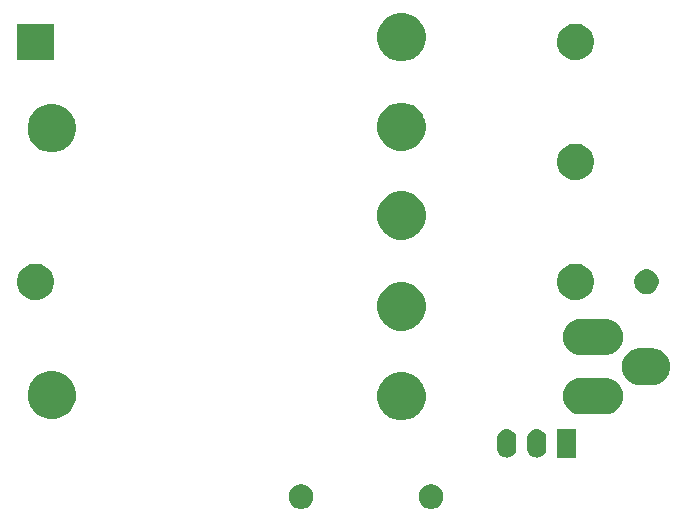
<source format=gbr>
G04 #@! TF.GenerationSoftware,KiCad,Pcbnew,(5.0.2)-1*
G04 #@! TF.CreationDate,2019-01-19T19:24:23-05:00*
G04 #@! TF.ProjectId,Keithley_177_power_repair,4b656974-686c-4657-995f-3137375f706f,rev?*
G04 #@! TF.SameCoordinates,Original*
G04 #@! TF.FileFunction,Soldermask,Top*
G04 #@! TF.FilePolarity,Negative*
%FSLAX46Y46*%
G04 Gerber Fmt 4.6, Leading zero omitted, Abs format (unit mm)*
G04 Created by KiCad (PCBNEW (5.0.2)-1) date 1/19/2019 7:24:23 PM*
%MOMM*%
%LPD*%
G01*
G04 APERTURE LIST*
%ADD10C,0.100000*%
G04 APERTURE END LIST*
D10*
G36*
X67806565Y-85489389D02*
X67997834Y-85568615D01*
X68169976Y-85683637D01*
X68316363Y-85830024D01*
X68431385Y-86002166D01*
X68510611Y-86193435D01*
X68551000Y-86396484D01*
X68551000Y-86603516D01*
X68510611Y-86806565D01*
X68431385Y-86997834D01*
X68316363Y-87169976D01*
X68169976Y-87316363D01*
X67997834Y-87431385D01*
X67806565Y-87510611D01*
X67603516Y-87551000D01*
X67396484Y-87551000D01*
X67193435Y-87510611D01*
X67002166Y-87431385D01*
X66830024Y-87316363D01*
X66683637Y-87169976D01*
X66568615Y-86997834D01*
X66489389Y-86806565D01*
X66449000Y-86603516D01*
X66449000Y-86396484D01*
X66489389Y-86193435D01*
X66568615Y-86002166D01*
X66683637Y-85830024D01*
X66830024Y-85683637D01*
X67002166Y-85568615D01*
X67193435Y-85489389D01*
X67396484Y-85449000D01*
X67603516Y-85449000D01*
X67806565Y-85489389D01*
X67806565Y-85489389D01*
G37*
G36*
X56806565Y-85489389D02*
X56997834Y-85568615D01*
X57169976Y-85683637D01*
X57316363Y-85830024D01*
X57431385Y-86002166D01*
X57510611Y-86193435D01*
X57551000Y-86396484D01*
X57551000Y-86603516D01*
X57510611Y-86806565D01*
X57431385Y-86997834D01*
X57316363Y-87169976D01*
X57169976Y-87316363D01*
X56997834Y-87431385D01*
X56806565Y-87510611D01*
X56603516Y-87551000D01*
X56396484Y-87551000D01*
X56193435Y-87510611D01*
X56002166Y-87431385D01*
X55830024Y-87316363D01*
X55683637Y-87169976D01*
X55568615Y-86997834D01*
X55489389Y-86806565D01*
X55449000Y-86603516D01*
X55449000Y-86396484D01*
X55489389Y-86193435D01*
X55568615Y-86002166D01*
X55683637Y-85830024D01*
X55830024Y-85683637D01*
X56002166Y-85568615D01*
X56193435Y-85489389D01*
X56396484Y-85449000D01*
X56603516Y-85449000D01*
X56806565Y-85489389D01*
X56806565Y-85489389D01*
G37*
G36*
X74077025Y-80810590D02*
X74228012Y-80856392D01*
X74367165Y-80930770D01*
X74489133Y-81030867D01*
X74589230Y-81152835D01*
X74663608Y-81291988D01*
X74709410Y-81442975D01*
X74721000Y-81560654D01*
X74721000Y-82439346D01*
X74709410Y-82557025D01*
X74663608Y-82708012D01*
X74589230Y-82847165D01*
X74489136Y-82969130D01*
X74489134Y-82969131D01*
X74489133Y-82969133D01*
X74489129Y-82969136D01*
X74367161Y-83069232D01*
X74228011Y-83143608D01*
X74077024Y-83189410D01*
X73920000Y-83204875D01*
X73762975Y-83189410D01*
X73611988Y-83143608D01*
X73472835Y-83069230D01*
X73350870Y-82969136D01*
X73350869Y-82969134D01*
X73350867Y-82969133D01*
X73300819Y-82908148D01*
X73250768Y-82847161D01*
X73176392Y-82708011D01*
X73130590Y-82557024D01*
X73119000Y-82439345D01*
X73119000Y-81560655D01*
X73130591Y-81442975D01*
X73176393Y-81291988D01*
X73250771Y-81152835D01*
X73350868Y-81030867D01*
X73472836Y-80930770D01*
X73611989Y-80856392D01*
X73762976Y-80810590D01*
X73920000Y-80795125D01*
X74077025Y-80810590D01*
X74077025Y-80810590D01*
G37*
G36*
X76617025Y-80810590D02*
X76768012Y-80856392D01*
X76907165Y-80930770D01*
X77029133Y-81030867D01*
X77129230Y-81152835D01*
X77203608Y-81291988D01*
X77249410Y-81442975D01*
X77261000Y-81560654D01*
X77261000Y-82439346D01*
X77249410Y-82557025D01*
X77203608Y-82708012D01*
X77129230Y-82847165D01*
X77029136Y-82969130D01*
X77029134Y-82969131D01*
X77029133Y-82969133D01*
X77029129Y-82969136D01*
X76907161Y-83069232D01*
X76768011Y-83143608D01*
X76617024Y-83189410D01*
X76460000Y-83204875D01*
X76302975Y-83189410D01*
X76151988Y-83143608D01*
X76012835Y-83069230D01*
X75890870Y-82969136D01*
X75890869Y-82969134D01*
X75890867Y-82969133D01*
X75840819Y-82908148D01*
X75790768Y-82847161D01*
X75716392Y-82708011D01*
X75670590Y-82557024D01*
X75659000Y-82439345D01*
X75659000Y-81560655D01*
X75670591Y-81442975D01*
X75716393Y-81291988D01*
X75790771Y-81152835D01*
X75890868Y-81030867D01*
X76012836Y-80930770D01*
X76151989Y-80856392D01*
X76302976Y-80810590D01*
X76460000Y-80795125D01*
X76617025Y-80810590D01*
X76617025Y-80810590D01*
G37*
G36*
X79801000Y-83201000D02*
X78199000Y-83201000D01*
X78199000Y-80799000D01*
X79801000Y-80799000D01*
X79801000Y-83201000D01*
X79801000Y-83201000D01*
G37*
G36*
X65598252Y-76027818D02*
X65598254Y-76027819D01*
X65598255Y-76027819D01*
X65971513Y-76182427D01*
X66246036Y-76365858D01*
X66307439Y-76406886D01*
X66593114Y-76692561D01*
X66593116Y-76692564D01*
X66817573Y-77028487D01*
X66930761Y-77301748D01*
X66972182Y-77401748D01*
X67051000Y-77797993D01*
X67051000Y-78202007D01*
X66972548Y-78596414D01*
X66972181Y-78598255D01*
X66817573Y-78971513D01*
X66817572Y-78971514D01*
X66593114Y-79307439D01*
X66307439Y-79593114D01*
X66307436Y-79593116D01*
X65971513Y-79817573D01*
X65598255Y-79972181D01*
X65598254Y-79972181D01*
X65598252Y-79972182D01*
X65202007Y-80051000D01*
X64797993Y-80051000D01*
X64401748Y-79972182D01*
X64401746Y-79972181D01*
X64401745Y-79972181D01*
X64028487Y-79817573D01*
X63692564Y-79593116D01*
X63692561Y-79593114D01*
X63406886Y-79307439D01*
X63182428Y-78971514D01*
X63182427Y-78971513D01*
X63027819Y-78598255D01*
X63027453Y-78596414D01*
X62949000Y-78202007D01*
X62949000Y-77797993D01*
X63027818Y-77401748D01*
X63069239Y-77301748D01*
X63182427Y-77028487D01*
X63406884Y-76692564D01*
X63406886Y-76692561D01*
X63692561Y-76406886D01*
X63753964Y-76365858D01*
X64028487Y-76182427D01*
X64401745Y-76027819D01*
X64401746Y-76027819D01*
X64401748Y-76027818D01*
X64797993Y-75949000D01*
X65202007Y-75949000D01*
X65598252Y-76027818D01*
X65598252Y-76027818D01*
G37*
G36*
X35998252Y-75927818D02*
X35998254Y-75927819D01*
X35998255Y-75927819D01*
X36371513Y-76082427D01*
X36371514Y-76082428D01*
X36707439Y-76306886D01*
X36993114Y-76592561D01*
X36993116Y-76592564D01*
X37217573Y-76928487D01*
X37372181Y-77301745D01*
X37372182Y-77301748D01*
X37451000Y-77697993D01*
X37451000Y-78102007D01*
X37410812Y-78304047D01*
X37372181Y-78498255D01*
X37217573Y-78871513D01*
X37217572Y-78871514D01*
X36993114Y-79207439D01*
X36707439Y-79493114D01*
X36707436Y-79493116D01*
X36371513Y-79717573D01*
X35998255Y-79872181D01*
X35998254Y-79872181D01*
X35998252Y-79872182D01*
X35602007Y-79951000D01*
X35197993Y-79951000D01*
X34801748Y-79872182D01*
X34801746Y-79872181D01*
X34801745Y-79872181D01*
X34428487Y-79717573D01*
X34092564Y-79493116D01*
X34092561Y-79493114D01*
X33806886Y-79207439D01*
X33582428Y-78871514D01*
X33582427Y-78871513D01*
X33427819Y-78498255D01*
X33389189Y-78304047D01*
X33349000Y-78102007D01*
X33349000Y-77697993D01*
X33427818Y-77301748D01*
X33427819Y-77301745D01*
X33582427Y-76928487D01*
X33806884Y-76592564D01*
X33806886Y-76592561D01*
X34092561Y-76306886D01*
X34428486Y-76082428D01*
X34428487Y-76082427D01*
X34801745Y-75927819D01*
X34801746Y-75927819D01*
X34801748Y-75927818D01*
X35197993Y-75849000D01*
X35602007Y-75849000D01*
X35998252Y-75927818D01*
X35998252Y-75927818D01*
G37*
G36*
X82352143Y-76456481D02*
X82504049Y-76471442D01*
X82698959Y-76530567D01*
X82796415Y-76560130D01*
X82894690Y-76612660D01*
X83065858Y-76704151D01*
X83302029Y-76897971D01*
X83495849Y-77134142D01*
X83585435Y-77301745D01*
X83639870Y-77403585D01*
X83639870Y-77403586D01*
X83728558Y-77695951D01*
X83758504Y-78000000D01*
X83728558Y-78304049D01*
X83669647Y-78498252D01*
X83639870Y-78596415D01*
X83638888Y-78598252D01*
X83495849Y-78865858D01*
X83302029Y-79102029D01*
X83065858Y-79295849D01*
X82894690Y-79387340D01*
X82796415Y-79439870D01*
X82698959Y-79469433D01*
X82504049Y-79528558D01*
X82352143Y-79543519D01*
X82276191Y-79551000D01*
X80123809Y-79551000D01*
X80047857Y-79543519D01*
X79895951Y-79528558D01*
X79701041Y-79469433D01*
X79603585Y-79439870D01*
X79505310Y-79387340D01*
X79334142Y-79295849D01*
X79097971Y-79102029D01*
X78904151Y-78865858D01*
X78761112Y-78598252D01*
X78760130Y-78596415D01*
X78730353Y-78498252D01*
X78671442Y-78304049D01*
X78641496Y-78000000D01*
X78671442Y-77695951D01*
X78760130Y-77403586D01*
X78760130Y-77403585D01*
X78814565Y-77301745D01*
X78904151Y-77134142D01*
X79097971Y-76897971D01*
X79334142Y-76704151D01*
X79505310Y-76612660D01*
X79603585Y-76560130D01*
X79701041Y-76530567D01*
X79895951Y-76471442D01*
X80047857Y-76456481D01*
X80123809Y-76449000D01*
X82276191Y-76449000D01*
X82352143Y-76456481D01*
X82352143Y-76456481D01*
G37*
G36*
X86352143Y-73956481D02*
X86504049Y-73971442D01*
X86698959Y-74030567D01*
X86796415Y-74060130D01*
X86894690Y-74112660D01*
X87065858Y-74204151D01*
X87302029Y-74397971D01*
X87495849Y-74634142D01*
X87587340Y-74805310D01*
X87639870Y-74903585D01*
X87639870Y-74903586D01*
X87728558Y-75195951D01*
X87758504Y-75500000D01*
X87728558Y-75804049D01*
X87669433Y-75998959D01*
X87639870Y-76096415D01*
X87593895Y-76182427D01*
X87495849Y-76365858D01*
X87302029Y-76602029D01*
X87065858Y-76795849D01*
X86894690Y-76887340D01*
X86796415Y-76939870D01*
X86698959Y-76969433D01*
X86504049Y-77028558D01*
X86352143Y-77043519D01*
X86276191Y-77051000D01*
X85123809Y-77051000D01*
X85047857Y-77043519D01*
X84895951Y-77028558D01*
X84701041Y-76969433D01*
X84603585Y-76939870D01*
X84505310Y-76887340D01*
X84334142Y-76795849D01*
X84097971Y-76602029D01*
X83904151Y-76365858D01*
X83806105Y-76182427D01*
X83760130Y-76096415D01*
X83730567Y-75998959D01*
X83671442Y-75804049D01*
X83641496Y-75500000D01*
X83671442Y-75195951D01*
X83760130Y-74903586D01*
X83760130Y-74903585D01*
X83812660Y-74805310D01*
X83904151Y-74634142D01*
X84097971Y-74397971D01*
X84334142Y-74204151D01*
X84505310Y-74112660D01*
X84603585Y-74060130D01*
X84701041Y-74030567D01*
X84895951Y-73971442D01*
X85047857Y-73956481D01*
X85123809Y-73949000D01*
X86276191Y-73949000D01*
X86352143Y-73956481D01*
X86352143Y-73956481D01*
G37*
G36*
X82352143Y-71456481D02*
X82504049Y-71471442D01*
X82698959Y-71530567D01*
X82796415Y-71560130D01*
X82894690Y-71612660D01*
X83065858Y-71704151D01*
X83302029Y-71897971D01*
X83495849Y-72134142D01*
X83587340Y-72305310D01*
X83639870Y-72403585D01*
X83639870Y-72403586D01*
X83728558Y-72695951D01*
X83758504Y-73000000D01*
X83728558Y-73304049D01*
X83669433Y-73498959D01*
X83639870Y-73596415D01*
X83587340Y-73694690D01*
X83495849Y-73865858D01*
X83302029Y-74102029D01*
X83065858Y-74295849D01*
X82894690Y-74387340D01*
X82796415Y-74439870D01*
X82698959Y-74469433D01*
X82504049Y-74528558D01*
X82352143Y-74543519D01*
X82276191Y-74551000D01*
X80123809Y-74551000D01*
X80047857Y-74543519D01*
X79895951Y-74528558D01*
X79701041Y-74469433D01*
X79603585Y-74439870D01*
X79505310Y-74387340D01*
X79334142Y-74295849D01*
X79097971Y-74102029D01*
X78904151Y-73865858D01*
X78812660Y-73694690D01*
X78760130Y-73596415D01*
X78730567Y-73498959D01*
X78671442Y-73304049D01*
X78641496Y-73000000D01*
X78671442Y-72695951D01*
X78760130Y-72403586D01*
X78760130Y-72403585D01*
X78812660Y-72305310D01*
X78904151Y-72134142D01*
X79097971Y-71897971D01*
X79334142Y-71704151D01*
X79505310Y-71612660D01*
X79603585Y-71560130D01*
X79701041Y-71530567D01*
X79895951Y-71471442D01*
X80047857Y-71456481D01*
X80123809Y-71449000D01*
X82276191Y-71449000D01*
X82352143Y-71456481D01*
X82352143Y-71456481D01*
G37*
G36*
X65598252Y-68427818D02*
X65598254Y-68427819D01*
X65598255Y-68427819D01*
X65971513Y-68582427D01*
X65971514Y-68582428D01*
X66307439Y-68806886D01*
X66593114Y-69092561D01*
X66593116Y-69092564D01*
X66817573Y-69428487D01*
X66972181Y-69801745D01*
X67051000Y-70197994D01*
X67051000Y-70602006D01*
X66972181Y-70998255D01*
X66817573Y-71371513D01*
X66750802Y-71471442D01*
X66593114Y-71707439D01*
X66307439Y-71993114D01*
X66307436Y-71993116D01*
X65971513Y-72217573D01*
X65598255Y-72372181D01*
X65598254Y-72372181D01*
X65598252Y-72372182D01*
X65202007Y-72451000D01*
X64797993Y-72451000D01*
X64401748Y-72372182D01*
X64401746Y-72372181D01*
X64401745Y-72372181D01*
X64028487Y-72217573D01*
X63692564Y-71993116D01*
X63692561Y-71993114D01*
X63406886Y-71707439D01*
X63249198Y-71471442D01*
X63182427Y-71371513D01*
X63027819Y-70998255D01*
X62949000Y-70602006D01*
X62949000Y-70197994D01*
X63027819Y-69801745D01*
X63182427Y-69428487D01*
X63406884Y-69092564D01*
X63406886Y-69092561D01*
X63692561Y-68806886D01*
X64028486Y-68582428D01*
X64028487Y-68582427D01*
X64401745Y-68427819D01*
X64401746Y-68427819D01*
X64401748Y-68427818D01*
X64797993Y-68349000D01*
X65202007Y-68349000D01*
X65598252Y-68427818D01*
X65598252Y-68427818D01*
G37*
G36*
X34352527Y-66808736D02*
X34452410Y-66828604D01*
X34734674Y-66945521D01*
X34988705Y-67115259D01*
X35204741Y-67331295D01*
X35374479Y-67585326D01*
X35491396Y-67867590D01*
X35551000Y-68167240D01*
X35551000Y-68472760D01*
X35491396Y-68772410D01*
X35374479Y-69054674D01*
X35204741Y-69308705D01*
X34988705Y-69524741D01*
X34734674Y-69694479D01*
X34452410Y-69811396D01*
X34352527Y-69831264D01*
X34152762Y-69871000D01*
X33847238Y-69871000D01*
X33647473Y-69831264D01*
X33547590Y-69811396D01*
X33265326Y-69694479D01*
X33011295Y-69524741D01*
X32795259Y-69308705D01*
X32625521Y-69054674D01*
X32508604Y-68772410D01*
X32449000Y-68472760D01*
X32449000Y-68167240D01*
X32508604Y-67867590D01*
X32625521Y-67585326D01*
X32795259Y-67331295D01*
X33011295Y-67115259D01*
X33265326Y-66945521D01*
X33547590Y-66828604D01*
X33647473Y-66808736D01*
X33847238Y-66769000D01*
X34152762Y-66769000D01*
X34352527Y-66808736D01*
X34352527Y-66808736D01*
G37*
G36*
X80072527Y-66808736D02*
X80172410Y-66828604D01*
X80454674Y-66945521D01*
X80708705Y-67115259D01*
X80924741Y-67331295D01*
X81094479Y-67585326D01*
X81211396Y-67867590D01*
X81271000Y-68167240D01*
X81271000Y-68472760D01*
X81211396Y-68772410D01*
X81094479Y-69054674D01*
X80924741Y-69308705D01*
X80708705Y-69524741D01*
X80454674Y-69694479D01*
X80172410Y-69811396D01*
X80072527Y-69831264D01*
X79872762Y-69871000D01*
X79567238Y-69871000D01*
X79367473Y-69831264D01*
X79267590Y-69811396D01*
X78985326Y-69694479D01*
X78731295Y-69524741D01*
X78515259Y-69308705D01*
X78345521Y-69054674D01*
X78228604Y-68772410D01*
X78169000Y-68472760D01*
X78169000Y-68167240D01*
X78228604Y-67867590D01*
X78345521Y-67585326D01*
X78515259Y-67331295D01*
X78731295Y-67115259D01*
X78985326Y-66945521D01*
X79267590Y-66828604D01*
X79367473Y-66808736D01*
X79567238Y-66769000D01*
X79872762Y-66769000D01*
X80072527Y-66808736D01*
X80072527Y-66808736D01*
G37*
G36*
X86056565Y-67289389D02*
X86247834Y-67368615D01*
X86419976Y-67483637D01*
X86566363Y-67630024D01*
X86681385Y-67802166D01*
X86760611Y-67993435D01*
X86801000Y-68196484D01*
X86801000Y-68403516D01*
X86760611Y-68606565D01*
X86681385Y-68797834D01*
X86566363Y-68969976D01*
X86419976Y-69116363D01*
X86247834Y-69231385D01*
X86056565Y-69310611D01*
X85853516Y-69351000D01*
X85646484Y-69351000D01*
X85443435Y-69310611D01*
X85252166Y-69231385D01*
X85080024Y-69116363D01*
X84933637Y-68969976D01*
X84818615Y-68797834D01*
X84739389Y-68606565D01*
X84699000Y-68403516D01*
X84699000Y-68196484D01*
X84739389Y-67993435D01*
X84818615Y-67802166D01*
X84933637Y-67630024D01*
X85080024Y-67483637D01*
X85252166Y-67368615D01*
X85443435Y-67289389D01*
X85646484Y-67249000D01*
X85853516Y-67249000D01*
X86056565Y-67289389D01*
X86056565Y-67289389D01*
G37*
G36*
X65598252Y-60727818D02*
X65598254Y-60727819D01*
X65598255Y-60727819D01*
X65971513Y-60882427D01*
X65971514Y-60882428D01*
X66307439Y-61106886D01*
X66593114Y-61392561D01*
X66593116Y-61392564D01*
X66817573Y-61728487D01*
X66972181Y-62101745D01*
X67051000Y-62497994D01*
X67051000Y-62902006D01*
X66972181Y-63298255D01*
X66817573Y-63671513D01*
X66817572Y-63671514D01*
X66593114Y-64007439D01*
X66307439Y-64293114D01*
X66307436Y-64293116D01*
X65971513Y-64517573D01*
X65598255Y-64672181D01*
X65598254Y-64672181D01*
X65598252Y-64672182D01*
X65202007Y-64751000D01*
X64797993Y-64751000D01*
X64401748Y-64672182D01*
X64401746Y-64672181D01*
X64401745Y-64672181D01*
X64028487Y-64517573D01*
X63692564Y-64293116D01*
X63692561Y-64293114D01*
X63406886Y-64007439D01*
X63182428Y-63671514D01*
X63182427Y-63671513D01*
X63027819Y-63298255D01*
X62949000Y-62902006D01*
X62949000Y-62497994D01*
X63027819Y-62101745D01*
X63182427Y-61728487D01*
X63406884Y-61392564D01*
X63406886Y-61392561D01*
X63692561Y-61106886D01*
X64028486Y-60882428D01*
X64028487Y-60882427D01*
X64401745Y-60727819D01*
X64401746Y-60727819D01*
X64401748Y-60727818D01*
X64797993Y-60649000D01*
X65202007Y-60649000D01*
X65598252Y-60727818D01*
X65598252Y-60727818D01*
G37*
G36*
X80072527Y-56648736D02*
X80172410Y-56668604D01*
X80454674Y-56785521D01*
X80708705Y-56955259D01*
X80924741Y-57171295D01*
X81094479Y-57425326D01*
X81211396Y-57707590D01*
X81271000Y-58007240D01*
X81271000Y-58312760D01*
X81211396Y-58612410D01*
X81094479Y-58894674D01*
X80924741Y-59148705D01*
X80708705Y-59364741D01*
X80454674Y-59534479D01*
X80172410Y-59651396D01*
X80072527Y-59671264D01*
X79872762Y-59711000D01*
X79567238Y-59711000D01*
X79367473Y-59671264D01*
X79267590Y-59651396D01*
X78985326Y-59534479D01*
X78731295Y-59364741D01*
X78515259Y-59148705D01*
X78345521Y-58894674D01*
X78228604Y-58612410D01*
X78169000Y-58312760D01*
X78169000Y-58007240D01*
X78228604Y-57707590D01*
X78345521Y-57425326D01*
X78515259Y-57171295D01*
X78731295Y-56955259D01*
X78985326Y-56785521D01*
X79267590Y-56668604D01*
X79367473Y-56648736D01*
X79567238Y-56609000D01*
X79872762Y-56609000D01*
X80072527Y-56648736D01*
X80072527Y-56648736D01*
G37*
G36*
X35998252Y-53327818D02*
X35998254Y-53327819D01*
X35998255Y-53327819D01*
X36371513Y-53482427D01*
X36702905Y-53703857D01*
X36707439Y-53706886D01*
X36993114Y-53992561D01*
X36993116Y-53992564D01*
X37217573Y-54328487D01*
X37330761Y-54601748D01*
X37372182Y-54701748D01*
X37451000Y-55097993D01*
X37451000Y-55502007D01*
X37392073Y-55798255D01*
X37372181Y-55898255D01*
X37217573Y-56271513D01*
X37217572Y-56271514D01*
X36993114Y-56607439D01*
X36707439Y-56893114D01*
X36707436Y-56893116D01*
X36371513Y-57117573D01*
X35998255Y-57272181D01*
X35998254Y-57272181D01*
X35998252Y-57272182D01*
X35602007Y-57351000D01*
X35197993Y-57351000D01*
X34801748Y-57272182D01*
X34801746Y-57272181D01*
X34801745Y-57272181D01*
X34428487Y-57117573D01*
X34092564Y-56893116D01*
X34092561Y-56893114D01*
X33806886Y-56607439D01*
X33582428Y-56271514D01*
X33582427Y-56271513D01*
X33427819Y-55898255D01*
X33407928Y-55798255D01*
X33349000Y-55502007D01*
X33349000Y-55097993D01*
X33427818Y-54701748D01*
X33469239Y-54601748D01*
X33582427Y-54328487D01*
X33806884Y-53992564D01*
X33806886Y-53992561D01*
X34092561Y-53706886D01*
X34097095Y-53703857D01*
X34428487Y-53482427D01*
X34801745Y-53327819D01*
X34801746Y-53327819D01*
X34801748Y-53327818D01*
X35197993Y-53249000D01*
X35602007Y-53249000D01*
X35998252Y-53327818D01*
X35998252Y-53327818D01*
G37*
G36*
X65598252Y-53227818D02*
X65598254Y-53227819D01*
X65598255Y-53227819D01*
X65971513Y-53382427D01*
X65971514Y-53382428D01*
X66307439Y-53606886D01*
X66593114Y-53892561D01*
X66593116Y-53892564D01*
X66817573Y-54228487D01*
X66858994Y-54328487D01*
X66972182Y-54601748D01*
X66992073Y-54701748D01*
X67051000Y-54997994D01*
X67051000Y-55402006D01*
X66972181Y-55798255D01*
X66817573Y-56171513D01*
X66817572Y-56171514D01*
X66593114Y-56507439D01*
X66307439Y-56793114D01*
X66307436Y-56793116D01*
X65971513Y-57017573D01*
X65598255Y-57172181D01*
X65598254Y-57172181D01*
X65598252Y-57172182D01*
X65202007Y-57251000D01*
X64797993Y-57251000D01*
X64401748Y-57172182D01*
X64401746Y-57172181D01*
X64401745Y-57172181D01*
X64028487Y-57017573D01*
X63692564Y-56793116D01*
X63692561Y-56793114D01*
X63406886Y-56507439D01*
X63182428Y-56171514D01*
X63182427Y-56171513D01*
X63027819Y-55798255D01*
X62949000Y-55402006D01*
X62949000Y-54997994D01*
X63007927Y-54701748D01*
X63027818Y-54601748D01*
X63141006Y-54328487D01*
X63182427Y-54228487D01*
X63406884Y-53892564D01*
X63406886Y-53892561D01*
X63692561Y-53606886D01*
X64028486Y-53382428D01*
X64028487Y-53382427D01*
X64401745Y-53227819D01*
X64401746Y-53227819D01*
X64401748Y-53227818D01*
X64797993Y-53149000D01*
X65202007Y-53149000D01*
X65598252Y-53227818D01*
X65598252Y-53227818D01*
G37*
G36*
X65598252Y-45627818D02*
X65598254Y-45627819D01*
X65598255Y-45627819D01*
X65971513Y-45782427D01*
X65971514Y-45782428D01*
X66307439Y-46006886D01*
X66593114Y-46292561D01*
X66593116Y-46292564D01*
X66817573Y-46628487D01*
X66886652Y-46795259D01*
X66972182Y-47001748D01*
X67051000Y-47397993D01*
X67051000Y-47802007D01*
X66981231Y-48152762D01*
X66972181Y-48198255D01*
X66817573Y-48571513D01*
X66817572Y-48571514D01*
X66593114Y-48907439D01*
X66307439Y-49193114D01*
X66307436Y-49193116D01*
X65971513Y-49417573D01*
X65598255Y-49572181D01*
X65598254Y-49572181D01*
X65598252Y-49572182D01*
X65202007Y-49651000D01*
X64797993Y-49651000D01*
X64401748Y-49572182D01*
X64401746Y-49572181D01*
X64401745Y-49572181D01*
X64028487Y-49417573D01*
X63692564Y-49193116D01*
X63692561Y-49193114D01*
X63406886Y-48907439D01*
X63182428Y-48571514D01*
X63182427Y-48571513D01*
X63027819Y-48198255D01*
X63018770Y-48152762D01*
X62949000Y-47802007D01*
X62949000Y-47397993D01*
X63027818Y-47001748D01*
X63113348Y-46795259D01*
X63182427Y-46628487D01*
X63406884Y-46292564D01*
X63406886Y-46292561D01*
X63692561Y-46006886D01*
X64028486Y-45782428D01*
X64028487Y-45782427D01*
X64401745Y-45627819D01*
X64401746Y-45627819D01*
X64401748Y-45627818D01*
X64797993Y-45549000D01*
X65202007Y-45549000D01*
X65598252Y-45627818D01*
X65598252Y-45627818D01*
G37*
G36*
X80072527Y-46488736D02*
X80172410Y-46508604D01*
X80454674Y-46625521D01*
X80708705Y-46795259D01*
X80924741Y-47011295D01*
X81094479Y-47265326D01*
X81211396Y-47547590D01*
X81211396Y-47547591D01*
X81271000Y-47847238D01*
X81271000Y-48152762D01*
X81231264Y-48352527D01*
X81211396Y-48452410D01*
X81094479Y-48734674D01*
X80924741Y-48988705D01*
X80708705Y-49204741D01*
X80454674Y-49374479D01*
X80172410Y-49491396D01*
X80072527Y-49511264D01*
X79872762Y-49551000D01*
X79567238Y-49551000D01*
X79367473Y-49511264D01*
X79267590Y-49491396D01*
X78985326Y-49374479D01*
X78731295Y-49204741D01*
X78515259Y-48988705D01*
X78345521Y-48734674D01*
X78228604Y-48452410D01*
X78208736Y-48352527D01*
X78169000Y-48152762D01*
X78169000Y-47847238D01*
X78228604Y-47547591D01*
X78228604Y-47547590D01*
X78345521Y-47265326D01*
X78515259Y-47011295D01*
X78731295Y-46795259D01*
X78985326Y-46625521D01*
X79267590Y-46508604D01*
X79367473Y-46488736D01*
X79567238Y-46449000D01*
X79872762Y-46449000D01*
X80072527Y-46488736D01*
X80072527Y-46488736D01*
G37*
G36*
X35551000Y-49551000D02*
X32449000Y-49551000D01*
X32449000Y-46449000D01*
X35551000Y-46449000D01*
X35551000Y-49551000D01*
X35551000Y-49551000D01*
G37*
M02*

</source>
